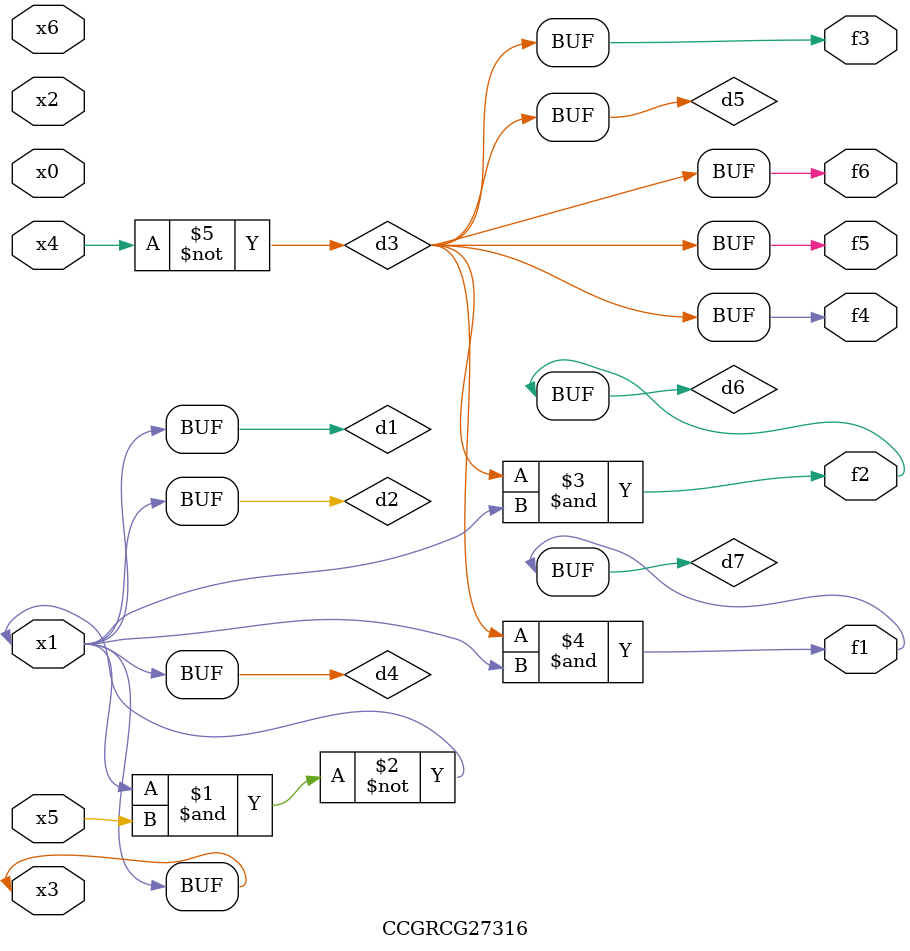
<source format=v>
module CCGRCG27316(
	input x0, x1, x2, x3, x4, x5, x6,
	output f1, f2, f3, f4, f5, f6
);

	wire d1, d2, d3, d4, d5, d6, d7;

	buf (d1, x1, x3);
	nand (d2, x1, x5);
	not (d3, x4);
	buf (d4, d1, d2);
	buf (d5, d3);
	and (d6, d3, d4);
	and (d7, d3, d4);
	assign f1 = d7;
	assign f2 = d6;
	assign f3 = d5;
	assign f4 = d5;
	assign f5 = d5;
	assign f6 = d5;
endmodule

</source>
